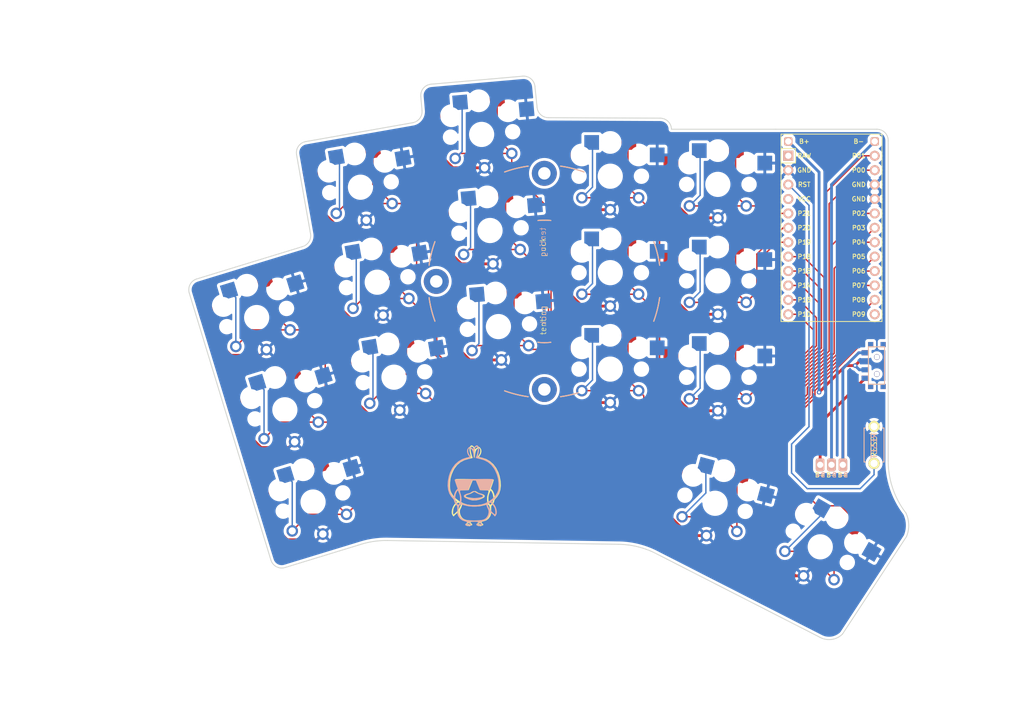
<source format=kicad_pcb>
(kicad_pcb (version 20211014) (generator pcbnew)
  (title_block (title "board") (rev "v1.0.0") (company "Unknown"))
  (layers (0 "F.Cu" signal) (31 "B.Cu" signal) (34 "B.Paste" user) (35 "F.Paste" user) (36 "B.SilkS" user "B.Silkscreen") (37 "F.SilkS" user "F.Silkscreen") (38 "B.Mask" user) (39 "F.Mask" user) (44 "Edge.Cuts" user))
  (net 0 "")
  (net 1 "P6")
  (net 2 "GND")
  (net 3 "P5")
  (net 4 "P4")
  (net 5 "P3")
  (net 6 "P2")
  (net 7 "P0")
  (net 8 "P1")
  (net 9 "P18")
  (net 10 "P15")
  (net 11 "P14")
  (net 12 "P16")
  (net 13 "P10")
  (net 14 "P19")
  (net 15 "P20")
  (net 16 "P21")
  (net 17 "P7")
  (net 18 "P8")
  (net 19 "P9")
  (net 20 "RAW")
  (net 21 "RST")
  (net 22 "VCC")
  (net 23 "Bplus")
  (net 24 "Bminus")
  (net 25 "Braw")
  (footprint "E73:SPDT_C128955" (layer "F.Cu") (at 162.411087 -73.316483 -90)
    (fp_text reference "T1" hide)
    (fp_text value "" hide)
  )
  (footprint "lib:bat" (layer "F.Cu") (at 154.411087 -55.816483)
    (fp_text reference "PAD1" hide)
    (fp_text value "" hide)
  )
  (footprint "kbd:ResetSW" (layer "F.Cu") (at 161.911087 -59.316483 -90)
    (fp_text reference "B1" hide)
    (fp_text value "")
  )
  (footprint "PG1350" (layer "F.Cu") (at 71.38711 -104.745067 10)
    (fp_text reference "S11" hide)
    (fp_text value "" hide)
  )
  (footprint "PG1350" (layer "F.Cu") (at 152.428645 -41.360213 150)
    (fp_text reference "S34" hide)
    (fp_text value "" hide)
  )
  (footprint "PG1350" (layer "F.Cu") (at 94.221643 -97.114167 5)
    (fp_text reference "S15" hide)
    (fp_text value "" hide)
  )
  (footprint "PG1350" (layer "F.Cu") (at 115.411087 -89.686017)
    (fp_text reference "S21" hide)
    (fp_text value "" hide)
  )
  (footprint "PG1350" (layer "F.Cu") (at 77.291148 -71.261603 -170)
    (fp_text reference "S8" hide)
    (fp_text value "" hide)
  )
  (footprint "PG1350" (layer "F.Cu") (at 95.703291 -80.178857 -175)
    (fp_text reference "S14" hide)
    (fp_text value "" hide)
  )
  (footprint "PG1350" (layer "F.Cu") (at 115.411087 -72.686017 180)
    (fp_text reference "S20" hide)
    (fp_text value "" hide)
  )
  (footprint "PG1350" (layer "F.Cu") (at 134.377759 -88.246289 180)
    (fp_text reference "S28" hide)
    (fp_text value "" hide)
  )
  (footprint "PG1350" (layer "F.Cu") (at 134.377759 -71.246289 180)
    (fp_text reference "S26" hide)
    (fp_text value "" hide)
  )
  (footprint "PG1350" (layer "F.Cu") (at 134.377759 -105.246289)
    (fp_text reference "S29" hide)
    (fp_text value "" hide)
  )
  (footprint "LOGO" (layer "F.Cu") (at 91.44 -50.8)
    (fp_text reference "G***" hide)
    (fp_text value "LOGO" hide)
  )
  (footprint "PG1350" (layer "F.Cu") (at 152.428645 -41.360213 -30)
    (fp_text reference "S33" hide)
    (fp_text value "" hide)
  )
  (footprint "PG1350" (layer "F.Cu") (at 77.291148 -71.261603 10)
    (fp_text reference "S7" hide)
    (fp_text value "" hide)
  )
  (footprint "PG1350" (layer "F.Cu") (at 63.029681 -49.257181 -163)
    (fp_text reference "S2" hide)
    (fp_text value "" hide)
  )
  (footprint "E73:SPDT_C128955" (layer "F.Cu") (at 162.411087 -73.316483 -90)
    (fp_text reference "T2" hide)
    (fp_text value "" hide)
  )
  (footprint "PG1350" (layer "F.Cu") (at 63.029681 -49.257181 17)
    (fp_text reference "S1" hide)
    (fp_text value "" hide)
  )
  (footprint "PG1350" (layer "F.Cu") (at 53.089043 -81.771543 17)
    (fp_text reference "S5" hide)
    (fp_text value "" hide)
  )
  (footprint "PG1350" (layer "F.Cu") (at 134.377759 -88.246289)
    (fp_text reference "S27" hide)
    (fp_text value "" hide)
  )
  (footprint "PG1350" (layer "F.Cu") (at 74.339129 -88.003335 10)
    (fp_text reference "S9" hide)
    (fp_text value "" hide)
  )
  (footprint "PG1350" (layer "F.Cu") (at 94.221643 -97.114167 -175)
    (fp_text reference "S16" hide)
    (fp_text value "" hide)
  )
  (footprint "PG1350" (layer "F.Cu") (at 134.377759 -105.246289 180)
    (fp_text reference "S30" hide)
    (fp_text value "" hide)
  )
  (footprint "PG1350" (layer "F.Cu") (at 95.703291 -80.178857 5)
    (fp_text reference "S13" hide)
    (fp_text value "" hide)
  )
  (footprint "PG1350" (layer "F.Cu") (at 115.411087 -106.686017 180)
    (fp_text reference "S24" hide)
    (fp_text value "" hide)
  )
  (footprint "PG1350" (layer "F.Cu") (at 92.739996 -114.049477 5)
    (fp_text reference "S17" hide)
    (fp_text value "" hide)
  )
  (footprint "PG1350" (layer "F.Cu") (at 58.059362 -65.514362 -163)
    (fp_text reference "S4" hide)
    (fp_text value "" hide)
  )
  (footprint "PG1350" (layer "F.Cu") (at 74.339129 -88.003335 -170)
    (fp_text reference "S10" hide)
    (fp_text value "" hide)
  )
  (footprint "PG1350" (layer "F.Cu") (at 115.411087 -89.686017 180)
    (fp_text reference "S22" hide)
    (fp_text value "" hide)
  )
  (footprint "PG1350" (layer "F.Cu") (at 133.891046 -49.038738 -15)
    (fp_text reference "S31" hide)
    (fp_text value "" hide)
  )
  (footprint "ProMicro" (layer "F.Cu") (at 154.411087 -96.316483 -90)
    (fp_text reference "MCU1" hide)
    (fp_text value "" hide)
  )
  (footprint "PG1350" (layer "F.Cu") (at 58.059362 -65.514362 17)
    (fp_text reference "S3" hide)
    (fp_text value "" hide)
  )
  (footprint "PG1350" (layer "F.Cu") (at 133.891046 -49.038738 165)
    (fp_text reference "S32" hide)
    (fp_text value "" hide)
  )
  (footprint "Alaa:Tenting_Puck_3_Holes" (layer "F.Cu") (at 103.79722 -88.141427)
    (fp_text reference "REF**")
    (fp_text value "Tenting Puck")
  )
  (footprint "PG1350" (layer "F.Cu") (at 71.38711 -104.745067 -170)
    (fp_text reference "S12" hide)
    (fp_text value "" hide)
  )
  (footprint "PG1350" (layer "F.Cu") (at 115.411087 -106.686017)
    (fp_text reference "S23" hide)
    (fp_text value "" hide)
  )
  (footprint "PG1350" (layer "F.Cu") (at 134.377759 -71.246289)
    (fp_text reference "S25" hide)
    (fp_text value "" hide)
  )
  (footprint "PG1350" (layer "F.Cu") (at 53.089043 -81.771543 -163)
    (fp_text reference "S6" hide)
    (fp_text value "" hide)
  )
  (footprint "PG1350" (layer "F.Cu") (at 115.411087 -72.686017)
    (fp_text reference "S19" hide)
    (fp_text value "" hide)
  )
  (footprint "PG1350" (layer "F.Cu") (at 92.739996 -114.049477 -175)
    (fp_text reference "S18" hide)
    (fp_text value "" hide)
  )
  (footprint "LOGO" (layer "B.Cu") (at 91.44 -50.8 180)
    (fp_text reference "G***" hide)
    (fp_text value "LOGO" hide)
  )
  (gr_arc (start 104.509588 -117.005368) (mid 103.158397 -117.530806) (end 102.517198 -118.831058) (layer "Edge.Cuts") (width 0.15))
  (gr_arc (start 82.233091 -118.259454) (mid 81.827408 -116.867619) (end 80.587997 -116.115527) (layer "Edge.Cuts") (width 0.15))
  (gr_arc (start 167.528587 -47.330455) (mid 168.024672 -45.267049) (end 167.64 -43.18) (layer "Edge.Cuts") (width 0.15))
  (gr_arc (start 167.528587 -47.330455) (mid 165.211835 -51.649611) (end 164.411087 -56.485027) (layer "Edge.Cuts") (width 0.15))
  (gr_line (start 60.120825 -110.475759) (end 62.576774 -96.547382) (layer "Edge.Cuts") (width 0.15))
  (gr_line (start 116.922394 -41.80264) (end 76.148965 -42.467382) (layer "Edge.Cuts") (width 0.15))
  (gr_line (start 83.834124 -122.906984) (end 99.972478 -124.318907) (layer "Edge.Cuts") (width 0.15))
  (gr_arc (start 58.09038 -37.708445) (mid 56.566694 -37.855159) (end 55.593028 -39.036311) (layer "Edge.Cuts") (width 0.15))
  (gr_line (start 58.090381 -37.708444) (end 71.518873 -41.813947) (layer "Edge.Cuts") (width 0.15))
  (gr_line (start 126.206535 -114.966483) (end 144.510462 -114.966483) (layer "Edge.Cuts") (width 0.15))
  (gr_line (start 162.411087 -114.966483) (end 144.510462 -114.966483) (layer "Edge.Cuts") (width 0.15))
  (gr_line (start 104.509588 -117.005368) (end 124.20716 -116.916483) (layer "Edge.Cuts") (width 0.15))
  (gr_arc (start 71.518873 -41.813947) (mid 73.8083 -42.322192) (end 76.148965 -42.467382) (layer "Edge.Cuts") (width 0.15))
  (gr_line (start 41.20834 -86.086505) (end 55.593028 -39.036311) (layer "Edge.Cuts") (width 0.15))
  (gr_arc (start 99.972478 -124.318908) (mid 101.432366 -123.858608) (end 102.139179 -122.500829) (layer "Edge.Cuts") (width 0.15))
  (gr_arc (start 60.120826 -110.475759) (mid 60.452137 -111.970208) (end 61.743144 -112.792671) (layer "Edge.Cuts") (width 0.15))
  (gr_line (start 156.354214 -25.985787) (end 167.64 -43.18) (layer "Edge.Cuts") (width 0.15))
  (gr_arc (start 116.922394 -41.80264) (mid 120.439885 -41.325215) (end 123.746692 -40.034594) (layer "Edge.Cuts") (width 0.15))
  (gr_line (start 152.4 -25.4) (end 123.746692 -40.034594) (layer "Edge.Cuts") (width 0.15))
  (gr_arc (start 124.20716 -116.916483) (mid 125.603587 -116.348269) (end 126.206535 -114.966483) (layer "Edge.Cuts") (width 0.15))
  (gr_arc (start 156.354214 -25.985787) (mid 154.473897 -25.039536) (end 152.4 -25.4) (layer "Edge.Cuts") (width 0.15))
  (gr_arc (start 41.208341 -86.086504) (mid 41.355055 -87.61019) (end 42.536206 -88.583857) (layer "Edge.Cuts") (width 0.15))
  (gr_line (start 102.139179 -122.500829) (end 102.517198 -118.831058) (layer "Edge.Cuts") (width 0.15))
  (gr_line (start 61.743144 -112.792671) (end 80.587997 -116.115527) (layer "Edge.Cuts") (width 0.15))
  (gr_arc (start 62.576773 -96.547382) (mid 62.312438 -95.155089) (end 61.191902 -94.287476) (layer "Edge.Cuts") (width 0.15))
  (gr_arc (start 82.016046 -120.740284) (mid 82.476347 -122.20017) (end 83.834124 -122.906984) (layer "Edge.Cuts") (width 0.15))
  (gr_line (start 42.536206 -88.583857) (end 61.191902 -94.287476) (layer "Edge.Cuts") (width 0.15))
  (gr_line (start 82.23309 -118.259454) (end 82.016046 -120.740283) (layer "Edge.Cuts") (width 0.15))
  (gr_arc (start 162.411087 -114.966483) (mid 163.825301 -114.380697) (end 164.411087 -112.966483) (layer "Edge.Cuts") (width 0.15))
  (gr_line (start 164.411087 -56.485027) (end 164.411087 -112.966483) (layer "Edge.Cuts") (width 0.15))
  (segment (start 96.075173 -58.42) (end 140.968564 -58.42) (width 0.25) (layer "F.Cu") (net 1))
  (segment (start 62.282887 -47.085081) (end 59.35917 -44.161364) (width 0.25) (layer "F.Cu") (net 1))
  (segment (start 156.23304 -85.87504) (end 160.324483 -89.966483) (width 0.25) (layer "F.Cu") (net 1))
  (segment (start 88.341409 -61.014064) (end 93.481109 -61.014064) (width 0.25) (layer "F.Cu") (net 1))
  (segment (start 77.84096 -62.60096) (end 86.754511 -62.60096) (width 0.25) (layer "F.Cu") (net 1))
  (segment (start 68.922217 -47.085081) (end 62.282887 -47.085081) (width 0.25) (layer "F.Cu") (net 1))
  (segment (start 156.23304 -74.91229) (end 156.23304 -85.87504) (width 0.25) (layer "F.Cu") (net 1))
  (segment (start 73.66 -58.42) (end 77.84096 -62.60096) (width 0.25) (layer "F.Cu") (net 1))
  (segment (start 73.66 -51.822864) (end 73.66 -58.42) (width 0.25) (layer "F.Cu") (net 1))
  (segment (start 150.598649 -68.050085) (end 150.598649 -69.277899) (width 0.25) (layer "F.Cu") (net 1))
  (segment (start 68.922217 -47.085081) (end 73.66 -51.822864) (width 0.25) (layer "F.Cu") (net 1))
  (segment (start 140.968564 -58.42) (end 150.598649 -68.050085) (width 0.25) (layer "F.Cu") (net 1))
  (segment (start 86.754511 -62.60096) (end 88.341409 -61.014064) (width 0.25) (layer "F.Cu") (net 1))
  (segment (start 93.481109 -61.014064) (end 96.075173 -58.42) (width 0.25) (layer "F.Cu") (net 1))
  (segment (start 64.421967 -55.904712) (end 64.421967 -51.585331) (width 0.25) (layer "F.Cu") (net 1))
  (segment (start 150.598649 -69.277899) (end 156.23304 -74.91229) (width 0.25) (layer "F.Cu") (net 1))
  (segment (start 64.421967 -51.585331) (end 68.922217 -47.085081) (width 0.25) (layer "F.Cu") (net 1))
  (segment (start 160.324483 -89.966483) (end 162.031087 -89.966483) (width 0.25) (layer "F.Cu") (net 1))
  (segment (start 58.158171 -53.989677) (end 59.35917 -52.788678) (width 0.25) (layer "B.Cu") (net 1))
  (segment (start 59.35917 -52.788678) (end 59.35917 -44.161364) (width 0.25) (layer "B.Cu") (net 1))
  (segment (start 53.878684 -58.856165) (end 49.049546 -63.685303) (width 0.5) (layer "F.Cu") (net 2))
  (segment (start 90.637192 -74.301308) (end 87.132946 -77.805554) (width 0.5) (layer "F.Cu") (net 2))
  (segment (start 129.405212 -65.346289) (end 126.102759 -68.648742) (width 0.5) (layer "F.Cu") (net 2))
  (segment (start 87.673897 -108.171928) (end 84.169651 -111.676174) (width 0.5) (layer "F.Cu") (net 2))
  (segment (start 67.206698 -97.918702) (end 62.586645 -102.538755) (width 0.5) (layer "F.Cu") (net 2))
  (segment (start 132.364014 -43.339776) (end 129.327896 -43.339776) (width 0.5) (layer "F.Cu") (net 2))
  (segment (start 126.102759 -85.648742) (end 126.102759 -91.996289) (width 0.5) (layer "F.Cu") (net 2))
  (segment (start 115.411087 -66.786017) (end 109.81576 -66.786017) (width 0.5) (layer "F.Cu") (net 2))
  (segment (start 125.807135 -53.741241) (end 126.868581 -54.802687) (width 0.5) (layer "F.Cu") (net 2))
  (segment (start 134.377759 -82.346289) (end 129.405212 -82.346289) (width 0.5) (layer "F.Cu") (net 2))
  (segment (start 84.169651 -111.676174) (end 84.169651 -117.063993) (width 0.5) (layer "F.Cu") (net 2))
  (segment (start 96.21751 -74.301308) (end 90.637192 -74.301308) (width 0.5) (layer "F.Cu") (net 2))
  (segment (start 70.08003 -81.17697) (end 65.538664 -85.718336) (width 0.5) (layer "F.Cu") (net 2))
  (segment (start 144.4244 -39.868068) (end 144.4244 -46.032423) (width 0.5) (layer "F.Cu") (net 2))
  (segment (start 59.784355 -59.872164) (end 58.768356 -58.856165) (width 0.5) (layer "F.Cu") (net 2))
  (segment (start 77.299673 -64.435238) (end 73.105762 -64.435238) (width 0.5) (layer "F.Cu") (net 2))
  (segment (start 54.019865 -47.072135) (end 54.019865 -50.423948) (width 0.5) (layer "F.Cu") (net 2))
  (segment (start 126.102759 -102.648742) (end 126.102759 -108.996289) (width 0.5) (layer "F.Cu") (net 2))
  (segment (start 68.490683 -69.050317) (end 68.490683 -73.517693) (width 0.5) (layer "F.Cu") (net 2))
  (segment (start 129.327896 -43.339776) (end 125.807135 -46.860537) (width 0.5) (layer "F.Cu") (net 2))
  (segment (start 93.254215 -108.171928) (end 87.673897 -108.171928) (width 0.5) (layer "F.Cu") (net 2))
  (segment (start 72.411634 -98.934701) (end 71.395635 -97.918702) (width 0.5) (layer "F.Cu") (net 2))
  (segment (start 44.079227 -79.593373) (end 44.079227 -82.93831) (width 0.5) (layer "F.Cu") (net 2))
  (segment (start 64.754674 -43.614983) (end 63.738675 -42.598984) (width 0.5) (layer "F.Cu") (net 2))
  (segment (start 129.405212 -99.346289) (end 126.102759 -102.648742) (width 0.5) (layer "F.Cu") (net 2))
  (segment (start 107.136087 -103.216201) (end 107.136087 -110.436017) (width 0.5) (layer "F.Cu") (net 2))
  (segment (start 115.411087 -100.786017) (end 109.566271 -100.786017) (width 0.5) (layer "F.Cu") (net 2))
  (segment (start 73.105762 -64.435238) (end 68.490683 -69.050317) (width 0.5) (layer "F.Cu") (net 2))
  (segment (start 110.43854 -83.786017) (end 107.136087 -87.08847) (width 0.5) (layer "F.Cu") (net 2))
  (segment (start 144.4244 -46.032423) (end 147.137285 -48.745308) (width 0.5) (layer "F.Cu") (net 2))
  (segment (start 148.041805 -36.250663) (end 144.4244 -39.868068) (width 0.5) (layer "F.Cu") (net 2))
  (segment (start 108.15356 -68.448217) (end 108.15356 -75.418544) (width 0.5) (layer "F.Cu") (net 2))
  (segment (start 129.405212 -82.346289) (end 126.102759 -85.648742) (width 0.5) (layer "F.Cu") (net 2))
  (segment (start 62.586645 -102.538755) (end 62.586645 -107.001157) (width 0.5) (layer "F.Cu") (net 2))
  (segment (start 115.411087 -83.786017) (end 110.43854 -83.786017) (width 0.5) (layer "F.Cu") (net 2))
  (segment (start 58.493016 -42.598984) (end 54.019865 -47.072135) (width 0.5) (layer "F.Cu") (net 2))
  (segment (start 126.102759 -68.648742) (end 126.102759 -74.996289) (width 0.5) (layer "F.Cu") (net 2))
  (segment (start 85.651298 -94.740864) (end 85.651298 -100.128683) (width 0.5) (layer "F.Cu") (net 2))
  (segment (start 107.136087 -87.08847) (end 107.136087 -93.436017) (width 0.5) (layer "F.Cu") (net 2))
  (segment (start 108.15356 -76.015027) (end 107.136087 -77.0325) (width 0.5) (layer "F.Cu") (net 2))
  (segment (start 109.566271 -100.786017) (end 107.136087 -103.216201) (width 0.5) (layer "F.Cu") (net 2))
  (segment (start 134.377759 -65.346289) (end 129.405212 -65.346289) (width 0.5) (layer "F.Cu") (net 2))
  (segment (start 87.132946 -77.805554) (end 87.132946 -83.193373) (width 0.5) (layer "F.Cu") (net 2))
  (segment (start 78.315672 -65.451237) (end 77.299673 -64.435238) (width 0.5) (layer "F.Cu") (net 2))
  (segment (start 125.807135 -46.860537) (end 125.807135 -53.741241) (width 0.5) (layer "F.Cu") (net 2))
  (segment (start 58.768356 -58.856165) (end 53.878684 -58.856165) (width 0.5) (layer "F.Cu") (net 2))
  (segment (start 63.738675 -42.598984) (end 58.493016 -42.598984) (width 0.5) (layer "F.Cu") (net 2))
  (segment (start 53.798037 -75.113346) (end 48.559254 -75.113346) (width 0.5) (layer "F.Cu") (net 2))
  (segment (start 48.559254 -75.113346) (end 44.079227 -79.593373) (width 0.5) (layer "F.Cu") (net 2))
  (segment (start 134.377759 -99.346289) (end 129.405212 -99.346289) (width 0.5) (layer "F.Cu") (net 2))
  (segment (start 49.049546 -63.685303) (end 49.049546 -66.681129) (width 0.5) (layer "F.Cu") (net 2))
  (segment (start 75.363653 -82.192969) (end 74.347654 -81.17697) (width 0.5) (layer "F.Cu") (net 2))
  (segment (start 94.735862 -91.236618) (end 89.155544 -91.236618) (width 0.5) (layer "F.Cu") (net 2))
  (segment (start 149.478645 -36.250663) (end 148.041805 -36.250663) (width 0.5) (layer "F.Cu") (net 2))
  (segment (start 109.81576 -66.786017) (end 108.15356 -68.448217) (width 0.5) (layer "F.Cu") (net 2))
  (segment (start 74.347654 -81.17697) (end 70.08003 -81.17697) (width 0.5) (layer "F.Cu") (net 2))
  (segment (start 54.814036 -76.129345) (end 53.798037 -75.113346) (width 0.5) (layer "F.Cu") (net 2))
  (segment (start 89.155544 -91.236618) (end 85.651298 -94.740864) (width 0.5) (layer "F.Cu") (net 2))
  (segment (start 65.538664 -85.718336) (end 65.538664 -90.259425) (width 0.5) (layer "F.Cu") (net 2))
  (segment (start 71.395635 -97.918702) (end 67.206698 -97.918702) (width 0.5) (layer "F.Cu") (net 2))
  (segment (start 155.78352 -86.258916) (end 162.031087 -92.506483) (width 0.25) (layer "F.Cu") (net 3))
  (segment (start 88.527606 -61.463584) (end 93.667305 -61.463584) (width 0.25) (layer "F.Cu") (net 3))
  (segment (start 69.39742 -63.342262) (end 69.689203 -63.05048) (width 0.25) (layer "F.Cu") (net 3))
  (segment (start 59.451648 -67.842512) (end 63.951898 -63.342262) (width 0.25) (layer "F.Cu") (net 3))
  (segment (start 155.78352 -75.098488) (end 155.78352 -86.258916) (width 0.25) (layer "F.Cu") (net 3))
  (segment (start 140.782366 -58.86952) (end 150.149129 -68.236283) (width 0.25) (layer "F.Cu") (net 3))
  (segment (start 63.951898 -63.342262) (end 69.39742 -63.342262) (width 0.25) (layer "F.Cu") (net 3))
  (segment (start 69.689203 -63.05048) (end 86.940708 -63.05048) (width 0.25) (layer "F.Cu") (net 3))
  (segment (start 63.951898 -63.342262) (end 57.312568 -63.342262) (width 0.25) (layer "F.Cu") (net 3))
  (segment (start 150.149129 -68.236283) (end 150.149129 -69.464097) (width 0.25) (layer "F.Cu") (net 3))
  (segment (start 57.312568 -63.342262) (end 54.388851 -60.418545) (width 0.25) (layer "F.Cu") (net 3))
  (segment (start 150.149129 -69.464097) (end 155.78352 -75.098488) (width 0.25) (layer "F.Cu") (net 3))
  (segment (start 86.940708 -63.05048) (end 88.527606 -61.463584) (width 0.25) (layer "F.Cu") (net 3))
  (segment (start 93.667305 -61.463584) (end 96.261369 -58.86952) (width 0.25) (layer "F.Cu") (net 3))
  (segment (start 96.261369 -58.86952) (end 140.782366 -58.86952) (width 0.25) (layer "F.Cu") (net 3))
  (segment (start 59.451648 -72.161893) (end 59.451648 -67.842512) (width 0.25) (layer "F.Cu") (net 3))
  (segment (start 53.187852 -70.246858) (end 54.388851 -69.045859) (width 0.25) (layer "B.Cu") (net 3))
  (segment (start 54.388851 -69.045859) (end 54.388851 -60.418545) (width 0.25) (layer "B.Cu") (net 3))
  (segment (start 69.8754 -63.5) (end 87.126906 -63.5) (width 0.25) (layer "F.Cu") (net 4))
  (segment (start 58.981579 -79.599443) (end 52.342249 -79.599443) (width 0.25) (layer "F.Cu") (net 4))
  (segment (start 54.481329 -88.419074) (end 54.481329 -84.099693) (width 0.25) (layer "F.Cu") (net 4))
  (segment (start 52.342249 -79.599443) (end 49.418532 -76.675726) (width 0.25) (layer "F.Cu") (net 4))
  (segment (start 54.481329 -84.099693) (end 58.981579 -79.599443) (width 0.25) (layer "F.Cu") (net 4))
  (segment (start 65.1764 -76.1238) (end 65.1764 -68.199) (width 0.25) (layer "F.Cu") (net 4))
  (segment (start 93.853502 -61.913104) (end 96.447566 -59.31904) (width 0.25) (layer "F.Cu") (net 4))
  (segment (start 58.981579 -79.599443) (end 61.700757 -79.599443) (width 0.25) (layer "F.Cu") (net 4))
  (segment (start 160.146683 -95.046483) (end 162.031087 -95.046483) (width 0.25) (layer "F.Cu") (net 4))
  (segment (start 149.699609 -69.650295) (end 155.334 -75.284686) (width 0.25) (layer "F.Cu") (net 4))
  (segment (start 61.700757 -79.599443) (end 65.1764 -76.1238) (width 0.25) (layer "F.Cu") (net 4))
  (segment (start 155.334 -75.284686) (end 155.334 -90.2338) (width 0.25) (layer "F.Cu") (net 4))
  (segment (start 140.596168 -59.31904) (end 149.699609 -68.422481) (width 0.25) (layer "F.Cu") (net 4))
  (segment (start 149.699609 -68.422481) (end 149.699609 -69.650295) (width 0.25) (layer "F.Cu") (net 4))
  (segment (start 87.126906 -63.5) (end 88.713803 -61.913104) (width 0.25) (layer "F.Cu") (net 4))
  (segment (start 96.447566 -59.31904) (end 140.596168 -59.31904) (width 0.25) (layer "F.Cu") (net 4))
  (segment (start 88.713803 -61.913104) (end 93.853502 -61.913104) (width 0.25) (layer "F.Cu") (net 4))
  (segment (start 65.1764 -68.199) (end 69.8754 -63.5) (width 0.25) (layer "F.Cu") (net 4))
  (segment (start 155.334 -90.2338) (end 160.146683 -95.046483) (width 0.25) (layer "F.Cu") (net 4))
  (segment (start 48.217533 -86.504039) (end 49.418532 -85.30304) (width 0.25) (layer "B.Cu") (net 4))
  (segment (start 49.418532 -85.30304) (end 49.418532 -76.675726) (width 0.25) (layer "B.Cu") (net 4))
  (segment (start 88.9 -62.362624) (end 94.0397 -62.362624) (width 0.25) (layer "F.Cu") (net 5))
  (segment (start 154.88448 -90.439876) (end 162.031087 -97.586483) (width 0.25) (layer "F.Cu") (net 5))
  (segment (start 94.0397 -62.362624) (end 96.633764 -59.76856) (width 0.25) (layer "F.Cu") (net 5))
  (segment (start 79.483187 -71.779437) (end 82.87505 -68.387574) (width 0.25) (layer "F.Cu") (net 5))
  (segment (start 149.250089 -68.608679) (end 149.250089 -69.836493) (width 0.25) (layer "F.Cu") (net 5))
  (segment (start 82.87505 -68.387574) (end 74.763453 -68.387574) (width 0.25) (layer "F.Cu") (net 5))
  (segment (start 79.483187 -77.689907) (end 79.483187 -71.779437) (width 0.25) (layer "F.Cu") (net 5))
  (segment (start 74.763453 -68.387574) (end 73.026972 -66.651093) (width 0.25) (layer "F.Cu") (net 5))
  (segment (start 82.87505 -68.387574) (end 88.9 -62.362624) (width 0.25) (layer "F.Cu") (net 5))
  (segment (start 149.250089 -69.836493) (end 154.88448 -75.470884) (width 0.25) (layer "F.Cu") (net 5))
  (segment (start 154.88448 -75.470884) (end 154.88448 -90.439876) (width 0.25) (layer "F.Cu") (net 5))
  (segment (start 140.40997 -59.76856) (end 149.250089 -68.608679) (width 0.25) (layer "F.Cu") (net 5))
  (segment (start 96.633764 -59.76856) (end 140.40997 -59.76856) (width 0.25) (layer "F.Cu") (net 5))
  (segment (start 73.59045 -67.214571) (end 73.026972 -66.651093) (width 0.25) (layer "B.Cu") (net 5))
  (segment (start 73.032696 -76.552511) (end 73.59045 -75.994757) (width 0.25) (layer "B.Cu") (net 5))
  (segment (start 73.59045 -75.994757) (end 73.59045 -67.214571) (width 0.25) (layer "B.Cu") (net 5))
  (segment (start 154.43496 -75.657082) (end 154.43496 -94.49096) (width 0.25) (layer "F.Cu") (net 6))
  (segment (start 76.531168 -88.521169) (end 79.923031 -85.129306) (width 0.25) (layer "F.Cu") (net 6))
  (segment (start 84.38648 -80.665857) (end 84.38648 -75.353403) (width 0.25) (layer "F.Cu") (net 6))
  (segment (start 148.800569 -70.022691) (end 154.43496 -75.657082) (width 0.25) (layer "F.Cu") (net 6))
  (segment (start 76.531168 -94.431639) (end 76.531168 -88.521169) (width 0.25) (layer "F.Cu") (net 6))
  (segment (start 148.800569 -68.794877) (end 148.800569 -70.022691) (width 0.25) (layer "F.Cu") (net 6))
  (segment (start 84.38648 -75.353403) (end 89.34952 -70.390363) (width 0.25) (layer "F.Cu") (net 6))
  (segment (start 154.43496 -94.49096) (end 160.070483 -100.126483) (width 0.25) (layer "F.Cu") (net 6))
  (segment (start 140.223772 -60.21808) (end 148.800569 -68.794877) (width 0.25) (layer "F.Cu") (net 6))
  (segment (start 96.819962 -60.21808) (end 140.223772 -60.21808) (width 0.25) (layer "F.Cu") (net 6))
  (segment (start 79.923031 -85.129306) (end 71.811434 -85.129306) (width 0.25) (layer "F.Cu") (net 6))
  (segment (start 89.34952 -70.390363) (end 89.34952 -67.688522) (width 0.25) (layer "F.Cu") (net 6))
  (segment (start 79.923031 -85.129306) (end 84.38648 -80.665857) (width 0.25) (layer "F.Cu") (net 6))
  (segment (start 89.34952 -67.688522) (end 96.819962 -60.21808) (width 0.25) (layer "F.Cu") (net 6))
  (segment (start 71.811434 -85.129306) (end 70.074953 -83.392825) (width 0.25) (layer "F.Cu") (net 6))
  (segment (start 160.070483 -100.126483) (end 162.031087 -100.126483) (width 0.25) (layer "F.Cu") (net 6))
  (segment (start 70.638431 -83.956303) (end 70.074953 -83.392825) (width 0.25) (layer "B.Cu") (net 6))
  (segment (start 70.638431 -92.736489) (end 70.638431 -83.956303) (width 0.25) (layer "B.Cu") (net 6))
  (segment (start 70.080677 -93.294243) (end 70.638431 -92.736489) (width 0.25) (layer "B.Cu") (net 6))
  (segment (start 68.859415 -101.871038) (end 67.122934 -100.134557) (width 0.25) (layer "F.Cu") (net 7))
  (segment (start 148.351049 -70.208889) (end 153.98544 -75.84328) (width 0.25) (layer "F.Cu") (net 7))
  (segment (start 84.836 -75.539601) (end 89.79904 -70.57656) (width 0.25) (layer "F.Cu") (net 7))
  (segment (start 97.00616 -60.6676) (end 140.037574 -60.6676) (width 0.25) (layer "F.Cu") (net 7))
  (segment (start 73.579149 -111.173371) (end 73.579149 -105.262901) (width 0.25) (layer "F.Cu") (net 7))
  (segment (start 89.79904 -70.57656) (end 89.79904 -67.87472) (width 0.25) (layer "F.Cu") (net 7))
  (segment (start 81.28 -86.36) (end 84.836 -82.804) (width 0.25) (layer "F.Cu") (net 7))
  (segment (start 140.037574 -60.6676) (end 148.351049 -68.981075) (width 0.25) (layer "F.Cu") (net 7))
  (segment (start 76.971012 -101.871038) (end 68.859415 -101.871038) (width 0.25) (layer "F.Cu") (net 7))
  (segment (start 79.561162 -101.871038) (end 81.28 -100.1522) (width 0.25) (layer "F.Cu") (net 7))
  (segment (start 84.836 -82.804) (end 84.836 -75.539601) (width 0.25) (layer "F.Cu") (net 7))
  (segment (start 89.79904 -67.87472) (end 97.00616 -60.6676) (width 0.25) (layer "F.Cu") (net 7))
  (segment (start 153.98544 -75.84328) (end 153.98544 -101.83924) (width 0.25) (layer "F.Cu") (net 7))
  (segment (start 153.98544 -101.83924) (end 159.892683 -107.746483) (width 0.25) (layer "F.Cu") (net 7))
  (segment (start 76.971012 -101.871038) (end 79.561162 -101.871038) (width 0.25) (layer "F.Cu") (net 7))
  (segment (start 148.351049 -68.981075) (end 148.351049 -70.208889) (width 0.25) (layer "F.Cu") (net 7))
  (segment (start 159.892683 -107.746483) (end 162.031087 -107.746483) (width 0.25) (layer "F.Cu") (net 7))
  (segment (start 73.579149 -105.262901) (end 76.971012 -101.871038) (width 0.25) (layer "F.Cu") (net 7))
  (segment (start 81.28 -100.1522) (end 81.28 -86.36) (width 0.25) (layer "F.Cu") (net 7))
  (segment (start 67.686412 -100.698035) (end 67.122934 -100.134557) (width 0.25) (layer "B.Cu") (net 7))
  (segment (start 67.128658 -110.035975) (end 67.686412 -109.478221) (width 0.25) (layer "B.Cu") (net 7))
  (segment (start 67.686412 -109.478221) (end 67.686412 -100.698035) (width 0.25) (layer "B.Cu") (net 7))
  (segment (start 101.015456 -76.829096) (end 101.683852 -76.1607) (width 0.25) (layer "F.Cu") (net 8))
  (segment (start 91.925067 -76.829096) (end 91.053509 -75.957538) (width 0.25) (layer "F.Cu") (net 8))
  (segment (start 106.68 -63.284724) (end 108.847604 -61.11712) (width 0.25) (layer "F.Cu") (net 8))
  (segment (start 153.53592 -76.029478) (end 153.53592 -103.92972) (width 0.25) (layer "F.Cu") (net 8))
  (segment (start 101.015456 -76.829096) (end 98.447252 -79.3973) (width 0.25) (layer "F.Cu") (net 8))
  (segment (start 98.447252 -79.3973) (end 98.447252 -86.391651) (width 0.25) (layer "F.Cu") (net 8))
  (segment (start 147.901529 -69.167273) (end 147.901529 -70.395087) (width 0.25) (layer "F.Cu") (net 8))
  (segment (start 101.683852 -76.1607) (end 103.244938 -76.1607) (width 0.25) (layer "F.Cu") (net 8))
  (segment (start 147.901529 -70.395087) (end 153.53592 -76.029478) (width 0.25) (layer "F.Cu") (net 8))
  (segment (start 139.851376 -61.11712) (end 147.901529 -69.167273) (width 0.25) (layer "F.Cu") (net 8))
  (segment (start 101.015456 -76.829096) (end 91.925067 -76.829096) (width 0.25) (layer "F.Cu") (net 8))
  (segment (start 108.847604 -61.11712) (end 139.851376 -61.11712) (width 0.25) (layer "F.Cu") (net 8))
  (segment (start 106.68 -70.883508) (end 106.68 -63.284724) (width 0.25) (layer "F.Cu") (net 8))
  (segment (start 103.244938 -74.31857) (end 106.68 -70.883508) (width 0.25) (layer "F.Cu") (net 8))
  (segment (start 159.892683 -110.286483) (end 162.031087 -110.286483) (width 0.25) (layer "F.Cu") (net 8))
  (segment (start 103.244938 -76.1607) (end 103.244938 -74.31857) (width 0.25) (layer "F.Cu") (net 8))
  (segment (start 153.53592 -103.92972) (end 159.892683 -110.286483) (width 0.25) (layer "F.Cu") (net 8))
  (segment (start 92.270004 -77.174033) (end 91.053509 -75.957538) (width 0.25) (layer "B.Cu") (net 8))
  (segment (start 91.922177 -85.82078) (end 92.270004 -85.472953) (width 0.25) (layer "B.Cu") (net 8))
  (segment (start 92.270004 -85.472953) (end 92.270004 -77.174033) (width 0.25) (layer "B.Cu") (net 8))
  (segment (start 107.12952 -71.069705) (end 107.12952 -63.470922) (width 0.25) (layer "F.Cu") (net 9))
  (segment (start 99.533808 -93.764406) (end 90.443419 -93.764406) (width 0.25) (layer "F.Cu") (net 9))
  (segment (start 96.965604 -96.33261) (end 99.533808 -93.764406) (width 0.25) (layer "F.Cu") (net 9))
  (segment (start 104.52868 -73.670546) (end 107.12952 -71.069705) (width 0.25) (layer "F.Cu") (net 9))
  (segment (start 149.428517 -92.506483) (end 146.791087 -92.506483) (width 0.25) (layer "F.Cu") (net 9))
  (segment (start 147.452009 -69.353471) (end 147.452009 -70.581285) (width 0.25) (layer "F.Cu") (net 9))
  (segment (start 96.965604 -103.326961) (end 96.965604 -96.33261) (width 0.25) (layer "F.Cu") (net 9))
  (segment (start 153.0864 -76.215676) (end 153.0864 -88.8486) (width 0.25) (layer "F.Cu") (net 9))
  (segment (start 139.665178 -61.56664) (end 147.452009 -69.353471) (width 0.25) (layer "F.Cu") (net 9))
  (segment (start 109.033802 -61.56664) (end 139.665178 -61.56664) (width 0.25) (layer "F.Cu") (net 9))
  (segment (start 104.52868 -88.769534) (end 104.52868 -73.670546) (width 0.25) (layer "F.Cu") (net 9))
  (segment (start 153.0864 -88.8486) (end 149.428517 -92.506483) (width 0.25) (layer "F.Cu") (net 9))
  (segment (start 99.533808 -93.764406) (end 104.52868 -88.769534) (width 0.25) (layer "F.Cu") (net 9))
  (segment (start 90.443419 -93.764406) (end 89.571861 -92.892848) (width 0.25) (layer "F.Cu") (net 9))
  (segment (start 107.12952 -63.470922) (end 109.033802 -61.56664) (width 0.25) (layer "F.Cu") (net 9))
  (segment (start 147.452009 -70.581285) (end 153.0864 -76.215676) (width 0.25) (layer "F.Cu") (net 9))
  (segment (start 90.788356 -94.109343) (end 89.571861 -92.892848) (width 0.25) (layer "B.Cu") (net 9))
  (segment (start 90.440529 -102.75609) (end 90.788356 -102.408263) (width 0.25) (layer "B.Cu") (net 9))
  (segment (start 90.788356 -102.408263) (end 90.788356 -94.109343) (width 0.25) (layer "B.Cu") (net 9))
  (segment (start 152.63688 -86.70732) (end 149.377717 -89.966483) (width 0.25) (layer "F.Cu") (net 10))
  (segment (start 104.9782 -73.856744) (end 107.57904 -71.255902) (width 0.25) (layer "F.Cu") (net 10))
  (segment (start 107.57904 -63.65712) (end 109.22 -62.01616) (width 0.25) (layer "F.Cu") (net 10))
  (segment (start 147.002489 -70.767483) (end 152.63688 -76.401874) (width 0.25) (layer "F.Cu") (net 10))
  (segment (start 95.483957 -120.262271) (end 95.483957 -113.26792) (width 0.25) (layer "F.Cu") (net 10))
  (segment (start 104.9782 -100.61575) (end 104.9782 -73.856744) (width 0.25) (layer "F.Cu") (net 10))
  (segment (start 152.63688 -76.401874) (end 152.63688 -86.70732) (width 0.25) (layer "F.Cu") (net 10))
  (segment (start 98.052161 -107.541789) (end 104.9782 -100.61575) (width 0.25) (layer "F.Cu") (net 10))
  (segment (start 107.57904 -71.255902) (end 107.57904 -63.65712) (width 0.25) (layer "F.Cu") (net 10))
  (segment (start 88.961772 -110.699716) (end 88.090214 -109.828158) (width 0.25) (layer "F.Cu") (net 10))
  (segment (start 109.22 -62.01616) (end 139.47898 -62.01616) (width 0.25) (layer "F.Cu") (net 10))
  (segment (start 98.052161 -110.699716) (end 88.961772 -110.699716) (width 0.25) (layer "F.Cu") (net 10))
  (segment (start 98.052161 -110.699716) (end 98.052161 -107.541789) (width 0.25) (layer "F.Cu") (net 10))
  (segment (start 95.483957 -113.26792) (end 98.052161 -110.699716) (width 0.25) (layer "F.Cu") (net 10))
  (segment (start 147.002489 -69.539669) (end 147.002489 -70.767483) (width 0.25) (layer "F.Cu") (net 10))
  (segment (start 139.47898 -62.01616) (end 147.002489 -69.539669) (width 0.25) (layer "F.Cu") (net 10))
  (segment (start 149.377717 -89.966483) (end 146.791087 -89.966483) (width 0.25) (layer "F.Cu") (net 10))
  (segment (start 89.306709 -111.044653) (end 88.090214 -109.828158) (width 0.25) (layer "B.Cu") (net 10))
  (segment (start 89.306709 -119.343573) (end 89.306709 -111.044653) (width 0.25) (layer "B.Cu") (net 10))
  (segment (start 88.958882 -119.6914) (end 89.306709 -119.343573) (width 0.25) (layer "B.Cu") (net 10))
  (segment (start 146.552969 -70.953681) (end 146.552969 -69.725867) (width 0.25) (layer "F.Cu") (net 11))
  (segment (start 121.313587 -67.983517) (end 120.411087 -68.886017) (width 0.25) (layer "F.Cu") (net 11))
  (segment (start 146.791087 -87.426483) (end 149.072917 -87.426483) (width 0.25) (layer "F.Cu") (net 11))
  (segment (start 146.552969 -69.725867) (end 139.292782 -62.46568) (width 0.25) (layer "F.Cu") (net 11))
  (segment (start 120.411087 -68.886017) (end 110.411087 -68.886017) (width 0.25) (layer "F.Cu") (net 11))
  (segment (start 152.18736 -84.31204) (end 152.18736 -76.588072) (width 0.25) (layer "F.Cu") (net 11))
  (segment (start 118.536566 -78.486496) (end 118.536566 -70.760538) (width 0.25) (layer "F.Cu") (net 11))
  (segment (start 152.18736 -76.588072) (end 146.552969 -70.953681) (width 0.25) (layer "F.Cu") (net 11))
  (segment (start 121.313587 -64.106413) (end 121.313587 -67.983517) (width 0.25) (layer "F.Cu") (net 11))
  (segment (start 118.536566 -70.760538) (end 120.411087 -68.886017) (width 0.25) (layer "F.Cu") (net 11))
  (segment (start 149.072917 -87.426483) (end 152.18736 -84.31204) (width 0.25) (layer "F.Cu") (net 11))
  (segment (start 118.686087 -78.636017) (end 118.536566 -78.486496) (width 0.25) (layer "F.Cu") (net 11))
  (segment (start 122.95432 -62.46568) (end 121.313587 -64.106413) (width 0.25) (layer "F.Cu") (net 11))
  (segment (start 139.292782 -62.46568) (end 122.95432 -62.46568) (width 0.25) (layer "F.Cu") (net 11))
  (segment (start 112.285608 -79.029475) (end 112.285608 -70.760538) (width 0.25) (layer "B.Cu") (net 11))
  (segment (start 112.285608 -70.760538) (end 110.411087 -68.886017) (width 0.25) (layer "B.Cu") (net 11))
  (segment (start 112.136087 -79.178996) (end 112.285608 -79.029475) (width 0.25) (layer "B.Cu") (net 11))
  (segment (start 148.615717 -84.886483) (end 146.791087 -84.886483) (width 0.25) (layer "F.Cu") (net 12))
  (segment (start 123.65488 -66.209402) (end 126.813802 -63.05048) (width 0.25) (layer "F.Cu") (net 12))
  (segment (start 120.411087 -85.886017) (end 123.65488 -82.642224) (width 0.25) (layer "F.Cu") (net 12))
  (segment (start 118.536566 -87.760538) (end 120.411087 -85.886017) (width 0.25) (layer "F.Cu") (net 12))
  (segment (start 146.103449 -71.139879) (end 151.73784 -76.77427) (width 0.25) (layer "F.Cu") (net 12))
  (segment (start 110.411087 -85.886017) (end 120.411087 -85.886017) (width 0.25) (layer "F.Cu") (net 12))
  (segment (start 146.103449 -69.912065) (end 146.103449 -71.139879) (width 0.25) (layer "F.Cu") (net 12))
  (segment (start 151.73784 -81.76436) (end 148.615717 -84.886483) (width 0.25) (layer "F.Cu") (net 12))
  (segment (start 118.536566 -95.486496) (end 118.536566 -87.760538) (width 0.25) (layer "F.Cu") (net 12))
  (segment (start 123.65488 -82.642224) (end 123.65488 -66.209402) (width 0.25) (layer "F.Cu") (net 12))
  (segment (start 139.241864 -63.05048) (end 146.103449 -69.912065) (width 0.25) (layer "F.Cu") (net 12))
  (segment (start 151.73784 -76.77427) (end 151.73784 -81.76436) (width 0.25) (layer "F.Cu") (net 12))
  (segment (start 126.813802 -63.05048) (end 139.241864 -63.05048) (width 0.25) (layer "F.Cu") (net 12))
  (segment (start 118.686087 -95.636017) (end 118.536566 -95.486496) (width 0.25) (layer "F.Cu") (net 12))
  (segment (start 112.136087 -96.178996) (end 112.285608 -96.029475) (width 0.25) (layer "B.Cu") (net 12))
  (segment (start 112.285608 -96.029475) (end 112.285608 -87.760538) (width 0.25) (layer "B.Cu") (net 12))
  (segment (start 112.285608 -87.760538) (end 110.411087 -85.886017) (width 0.25) (layer "B.Cu") (net 12))
  (segment (start 118.536566 -112.486496) (end 118.536566 -104.760538) (width 0.25) (layer "F.Cu") (net 13))
  (segment (start 139.055666 -63.5) (end 145.653929 -70.098263) (width 0.25) (layer "F.Cu") (net 13))
  (segment (start 127 -63.5) (end 139.055666 -63.5) (width 0.25) (layer "F.Cu") (net 13))
  (segment (start 151.28832 -79.52148) (end 148.463317 -82.346483) (width 0.25) (layer "F.Cu") (net 13))
  (segment (start 124.1044 -99.192704) (end 124.1044 -66.3956) (width 0.25) (layer "F.Cu") (net 13))
  (segment (start 124.1044 -66.3956) (end 127 -63.5) (width 0.25) (layer "F.Cu") (net 13))
  (segment (start 145.653929 -71.326077) (end 151.28832 -76.960468) (width 0.25) (layer "F.Cu") (net 13))
  (segment (start 120.411087 -102.886017) (end 110.411087 -102.886017) (width 0.25) (layer "F.Cu") (net 13))
  (segment (start 118.686087 -112.636017) (end 118.536566 -112.486496) (width 0.25) (layer "F.Cu") (net 13))
  (segment (start 148.463317 -82.346483) (end 146.791087 -82.346483) (width 0.25) (layer "F.Cu") (net 13))
  (segment (start 151.28832 -76.960468) (end 151.28832 -79.52148) (width 0.25) (layer "F.Cu") (net 13))
  (segment (start 145.653929 -70.098263) (end 145.653929 -71.326077) (width 0.25) (layer "F.Cu") (net 13))
  (segment (start 120.411087 -102.886017) (end 124.1044 -99.192704) (width 0.25) (layer "F.Cu") (net 13))
  (segment (start 118.536566 -104.760538) (end 120.411087 -102.886017) (width 0.25) (layer "F.Cu") (net 13))
  (segment (start 112.285608 -104.760538) (end 110.411087 -102.886017) (width 0.25) (layer "B.Cu") (net 13))
  (segment (start 112.285608 -113.029475) (end 112.285608 -104.760538) (width 0.25) (layer "B.Cu") (net 13))
  (segment (start 112.136087 -113.178996) (end 112.285608 -113.029475) (width 0.25) (layer "B.Cu") (net 13))
  (segment (start 144.746866 -95.046483) (end 146.791087 -95.046483) (width 0.25) (layer "F.Cu") (net 14))
  (segment (start 142.714672 -93.014289) (end 144.746866 -95.046483) (width 0.25) (layer "F.Cu") (net 14))
  (segment (start 139.377759 -67.446289) (end 129.377759 -67.446289) (width 0.25) (layer "F.Cu") (net 14))
  (segment (start 142.714672 -70.783202) (end 142.714672 -93.014289) (width 0.25) (layer "F.Cu") (net 14))
  (segment (start 137.503238 -77.046768) (end 137.652759 -77.196289) (width 0.25) (layer "F.Cu") (net 14))
  (segment (start 137.503238 -69.32081) (end 137.503238 -77.046768) (width 0.25) (layer "F.Cu") (net 14))
  (segment (start 139.377759 -67.446289) (end 142.714672 -70.783202) (width 0.25) (layer "F.Cu") (net 14))
  (segment (start 139.377759 -67.446289) (end 137.503238 -69.32081) (width 0.25) (layer "F.Cu") (net 14))
  (segment (start 131.25228 -77.046768) (end 131.25228 -69.32081) (width 0.25) (layer "B.Cu") (net 14))
  (segment (start 131.25228 -69.32081) (end 129.377759 -67.446289) (width 0.25) (layer "B.Cu") (net 14))
  (segment (start 131.102759 -77.196289) (end 131.25228 -77.046768) (width 0.25) (layer "B.Cu") (net 14))
  (segment (start 141.25228 -86.32081) (end 141.25228 -92.962014) (width 0.25) (layer "F.Cu") (net 15))
  (segment (start 137.503238 -86.32081) (end 137.503238 -94.046768) (width 0.25) (layer "F.Cu") (net 15))
  (segment (start 141.25228 -92.962014) (end 145.876749 -97.586483) (width 0.25) (layer "F.Cu") (net 15))
  (segment (start 139.377759 -84.446289) (end 137.503238 -86.32081) (width 0.25) (layer "F.Cu") (net 15))
  (segment (start 137.503238 -94.046768) (end 137.652759 -94.196289) (width 0.25) (layer "F.Cu") (net 15))
  (segment (start 145.876749 -97.586483) (end 146.791087 -97.586483) (width 0.25) (layer "F.Cu") (net 15))
  (segment (start 129.377759 -84.446289) (end 139.377759 -84.446289) (width 0.25) (layer "F.Cu") (net 15))
  (segment (start 139.377759 -84.446289) (end 141.25228 -86.32081) (width 0.25) (layer "F.Cu") (net 15))
  (segment (start 131.102759 -94.196289) (end 131.25228 -94.046768) (width 0.25) (layer "B.Cu") (net 15))
  (segment (start 131.25228 -94.046768) (end 131.25228 -86.32081) (width 0.25) (layer "B.Cu") (net 15))
  (segment (start 131.25228 -86.32081) (end 129.377759 -84.446289) (width 0.25) (layer "B.Cu") (net 15))
  (segment (start 139.377759 -101.446289) (end 143.367759 -101.446289) (width 0.25) (layer "F.Cu") (net 16))
  (segment (start 146.194604 -100.126483) (end 146.791087 -100.126483) (width 0.25) (layer "F.Cu") (net 16))
  (segment (start 144.687565 -100.126483) (end 146.791087 -100.126483) (width 0.25) (layer "F.Cu") (net 16))
  (segment (start 137.503238 -103.32081) (end 137.503238 -111.046768) (width 0.25) (layer "F.Cu") (net 16))
  (segment (start 143.367759 -101.446289) (end 144.687565 -100.126483) (width 0.25) (layer "F.Cu") (net 16))
  (segment (start 137.503238 -111.046768) (end 137.652759 -111.196289) (width 0.25) (layer "F.Cu") (net 16))
  (segment (start 139.377759 -101.446289) (end 137.503238 -103.32081) (width 0.25) (layer "F.Cu") (net 16))
  (segment (start 129.377759 -101.446289) (end 128.961789 -101.446289) (width 0.25) (layer "F.Cu") (net 16))
  (segment (start 129.377759 -101.446289) (end 139.377759 -101.446289) (width 0.25) (layer "F.Cu") (net 16))
  (segment (start 128.961789 -101.446289) (end 128.846272 -101.561806) (width 0.25) (layer "F.Cu") (net 16))
  (segment (start 131.25228 -103.32081) (end 129.377759 -101.446289) (width 0.25) (layer "B.Cu") (net 16))
  (segment (start 131.102759 -111.196289) (end 131.25228 -111.046768) (width 0.25) (layer "B.Cu") (net 16))
  (segment (start 131.25228 -111.046768) (end 131.25228 -103.32081) (width 0.25) (layer "B.Cu") (net 16))
  (segment (start 142.24 -59.055718) (end 151.048169 -67.863887) (width 0.25) (layer "F.Cu") (net 17))
  (segment (start 156.68256 -83.93696) (end 160.172083 -87.426483) (width 0.25) (layer "F.Cu") (net 17))
  (segment (start 135.148973 -46.662315) (end 128.077904 -46.662315) (width 0.25) (layer "F.Cu") (net 17))
  (segment (start 137.737163 -44.074125) (end 135.148973 -46.662315) (width 0.25) (layer "F.Cu") (net 17))
  (segment (start 138.594426 -53.938364) (end 137.737163 -53.081101) (width 0.25) (layer "F.Cu") (net 17))
  (segment (start 151.048169 -67.863887) (end 151.048169 -69.091701) (width 0.25) (layer "F.Cu") (net 17))
  (segment (start 151.048169 -69.091701) (end 156.68256 -74.726092) (width 0.25) (layer "F.Cu") (net 17))
  (segment (start 138.594426 -53.938364) (end 142.24 -57.583938) (width 0.25) (layer "F.Cu") (net 17))
  (segment (start 160.172083 -87.426483) (end 162.031087 -87.426483) (width 0.25) (layer "F.Cu") (net 17))
  (segment (start 142.24 -57.583938) (end 142.24 -59.055718) (width 0.25) (layer "F.Cu") (net 17))
  (segment (start 137.737163 -53.081101) (end 137.737163 -44.074125) (width 0.25) (layer "F.Cu") (net 17))
  (segment (start 156.68256 -74.726092) (end 156.68256 -83.93696) (width 0.25) (layer "F.Cu") (net 17))
  (segment (start 132.267612 -55.633629) (end 132.267612 -50.852023) (width 0.25) (layer "B.Cu") (net 17))
  (segment (start 132.267612 -50.852023) (end 128.077904 -46.662315) (width 0.25) (layer "B.Cu") (net 17))
  (segment (start 144.78 -55.7784) (end 144.78 -60.96) (width 0.25) (layer "F.Cu") (net 18))
  (segment (start 160.146683 -77.554497) (end 160.146683 -83.002079) (width 0.25) (layer "F.Cu") (net 18))
  (segment (start 151.497689 -68.905503) (end 160.146683 -77.554497) (width 0.25) (layer "F.Cu") (net 18))
  (segment (start 151.497689 -67.677689) (end 151.497689 -68.905503) (width 0.25) (layer "F.Cu") (net 18))
  (segment (start 160.146683 -83.002079) (end 162.031087 -84.886483) (width 0.25) (layer "F.Cu") (net 18))
  (segment (start 144.78 -60.96) (end 151.497689 -67.677689) (width 0.25) (layer "F.Cu") (net 18))
  (segment (start 151.9682 -48.5902) (end 144.78 -55.7784) (width 0.25) (layer "F.Cu") (net 18))
  (segment (start 149.858772 -40.569316) (end 146.198518 -40.569316) (width 0.25) (layer "F.Cu") (net 18))
  (segment (start 158.239878 -44.875564) (end 154.858772 -41.494458) (width 0.25) (layer "F.Cu") (net 18))
  (segment (start 158.239878 -46.376675) (end 156.026353 -48.5902) (width 0.25) (layer "F.Cu") (net 18))
  (segment (start 154.858772 -35.569316) (end 149.858772 -40.569316) (width 0.25) (layer "F.Cu") (net 18))
  (segment (start 154.858772 -41.494458) (end 154.858772 -35.569316) (width 0.25) (layer "F.Cu") (net 18))
  (segment (start 156.026353 -48.5902) (end 151.9682 -48.5902) (width 0.25) (layer "F.Cu") (net 18))
  (segment (start 158.239878 -44.875564) (end 158.239878 -46.376675) (width 0.25) (layer "F.Cu") (net 18))
  (segment (start 152.567412 -46.93821) (end 146.198518 -40.569316) (width 0.25) (layer "B.Cu") (net 18))
  (segment (start 152.567412 -48.150564) (end 152.567412 -46.93821) (width 0.25) (layer "B.Cu") (net 18))
  (segment (start 150.1394 -51.6128) (end 147.3708 -54.3814) (width 0.25) (layer "B.Cu") (net 21))
  (segment (start 150.4442 -101.55337) (end 146.791087 -105.206483) (width 0.25) (layer "B.Cu") (net 21))
  (segment (start 147.3708 -59.4614) (end 150.4442 -62.5348) (width 0.25) (layer "B.Cu") (net 21))
  (segment (start 159.4612 -51.6128) (end 150.1394 -51.6128) (width 0.25) (layer "B.Cu") (net 21))
  (segment (start 161.911087 -56.066483) (end 161.911087 -54.062687) (width 0.25) (layer "B.Cu") (net 21))
  (segment (start 161.911087 -54.062687) (end 159.4612 -51.6128) (width 0.25) (layer "B.Cu") (net 21))
  (segment (start 147.3708 -54.3814) (end 147.3708 -59.4614) (width 0.25) (layer "B.Cu") (net 21))
  (segment (start 150.4442 -62.5348) (end 150.4442 -101.55337) (width 0.25) (layer "B.Cu") (net 21))
  (segment (start 159.334283 -74.066483) (end 158.5722 -73.3044) (width 0.5) (layer "F.Cu") (net 23))
  (segment (start 160.336087 -74.066483) (end 159.334283 -74.066483) (width 0.5) (layer "F.Cu") (net 23))
  (segment (start 152.2222 -68.6054) (end 156.9212 -73.3044) (width 0.5) (layer "F.Cu") (net 23))
  (segment (start 156.9212 -73.3044) (end 158.5722 -73.3044) (width 0.5) (layer "F.Cu") (net 23))
  (via (at 158.5722 -73.3044) (size 0.8) (drill 0.4) (layers "F.Cu" "B.Cu") (net 23))
  (via (at 152.2222 -68.6054) (size 0.8) (drill 0.4) (layers "F.Cu" "B.Cu") (net 23))
  (segment (start 152.2222 -107.39537) (end 146.791087 -112.826483) (width 0.5) (layer "B.Cu") (net 23))
  (segment (start 158.5722 -73.3044) (end 159.310117 -72.566483) (width 0.5) (layer "B.Cu") (net 23))
  (segment (start 159.310117 -72.566483) (end 160.336087 -72.566483) (width 0.5) (layer "B.Cu") (net 23))
  (segment (start 152.2222 -68.6054) (end 152.2222 -107.39537) (width 0.5) (layer "B.Cu") (net 23))
  (segment (start 154.411087 -55.816483) (end 154.411087 -105.206483) (width 0.5) (layer "B.Cu") (net 24))
  (segment (start 154.411087 -105.206483) (end 162.031087 -112.826483) (width 0.5) (layer "B.Cu") (net 24))
  (segment (start 152.411087 -55.816483) (end 152.411087 -63.155487) (width 0.5) (layer "F.Cu") (net 25))
  (segment (start 156.411087 -67.155487) (end 156.411087 -55.816483) (width 0.5) (layer "F.Cu") (net 25))
  (segment (start 157.8102 -68.5546) (end 156.411087 -67.155487) (width 0.5) (layer "F.Cu") (net 25))
  (segment (start 152.411087 -63.155487) (end 156.411087 -67.155487) (width 0.5) (layer "F.Cu") (net 25))
  (segment (start 157.824204 -68.5546) (end 157.8102 -68.5546) (width 0.5) (layer "F.Cu") (net 25))
  (segment (start 160.336087 -71.066483) (end 157.824204 -68.5546) (width 0.5) (layer "F.Cu") (net 25))
  (segment (start 156.411087 -72.766483) (end 156.411087 -55.816483) (width 0.5) (layer "B.Cu") (net 25))
  (segment (start 159.211087 -75.566483) (end 156.411087 -72.766483) (width 0.5) (layer "B.Cu") (net 25))
  (segment (start 160.336087 -75.566483) (end 159.211087 -75.566483) (width 0.5) (layer "B.Cu") (net 25))
  (zone (net 2) (net_name "GND") (layer "B.Cu") (connect_pads (clearance 0.508)) (min_thickness 0.254) (fill yes (thermal_gap 0.508) (thermal_bridge_width 0.508))
    (polygon (pts (xy 182.3974 -114.5794) (xy 188.341 -13.2842) (xy 40.4622 -17.3228) (xy 7.8486 -109.982) (xy 86.7918 -137.7442)))
  )
)
</source>
